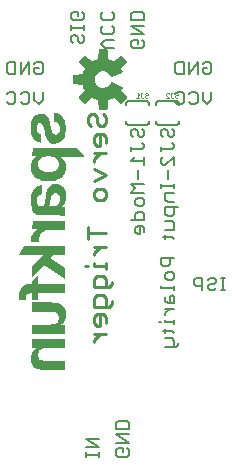
<source format=gbr>
G04 EAGLE Gerber RS-274X export*
G75*
%MOMM*%
%FSLAX34Y34*%
%LPD*%
%INSilkscreen Bottom*%
%IPPOS*%
%AMOC8*
5,1,8,0,0,1.08239X$1,22.5*%
G01*
%ADD10C,0.279400*%
%ADD11C,0.203200*%
%ADD12C,0.025400*%

G36*
X113645Y320055D02*
X113645Y320055D01*
X113752Y320068D01*
X113764Y320074D01*
X113778Y320076D01*
X113874Y320128D01*
X113971Y320175D01*
X113981Y320185D01*
X113993Y320191D01*
X114067Y320271D01*
X114144Y320347D01*
X114150Y320359D01*
X114160Y320370D01*
X114205Y320468D01*
X114253Y320566D01*
X114257Y320583D01*
X114261Y320592D01*
X114263Y320613D01*
X114282Y320710D01*
X115052Y328289D01*
X117296Y329007D01*
X117314Y329016D01*
X117410Y329055D01*
X119505Y330133D01*
X125409Y325319D01*
X125503Y325265D01*
X125595Y325208D01*
X125608Y325205D01*
X125620Y325198D01*
X125727Y325177D01*
X125832Y325152D01*
X125846Y325154D01*
X125860Y325151D01*
X125967Y325166D01*
X126075Y325176D01*
X126088Y325182D01*
X126102Y325184D01*
X126199Y325232D01*
X126298Y325277D01*
X126311Y325288D01*
X126320Y325292D01*
X126335Y325307D01*
X126412Y325370D01*
X130720Y329678D01*
X130783Y329766D01*
X130849Y329852D01*
X130854Y329865D01*
X130862Y329877D01*
X130893Y329980D01*
X130929Y330083D01*
X130929Y330097D01*
X130933Y330110D01*
X130929Y330218D01*
X130930Y330327D01*
X130925Y330340D01*
X130925Y330354D01*
X130887Y330455D01*
X130852Y330558D01*
X130843Y330573D01*
X130839Y330582D01*
X130825Y330599D01*
X130771Y330682D01*
X125957Y336585D01*
X127036Y338679D01*
X127053Y338732D01*
X127079Y338781D01*
X127090Y338847D01*
X127111Y338911D01*
X127110Y338967D01*
X127119Y339021D01*
X127108Y339088D01*
X127107Y339155D01*
X127089Y339207D01*
X127080Y339262D01*
X127048Y339321D01*
X127026Y339385D01*
X126991Y339429D01*
X126965Y339478D01*
X126916Y339523D01*
X126874Y339576D01*
X126827Y339607D01*
X126787Y339645D01*
X126682Y339701D01*
X126669Y339709D01*
X126664Y339710D01*
X126657Y339714D01*
X117995Y343302D01*
X117890Y343327D01*
X117786Y343355D01*
X117771Y343354D01*
X117757Y343358D01*
X117650Y343347D01*
X117542Y343341D01*
X117529Y343335D01*
X117514Y343334D01*
X117416Y343289D01*
X117316Y343249D01*
X117305Y343239D01*
X117292Y343233D01*
X117213Y343160D01*
X117132Y343089D01*
X117121Y343073D01*
X117114Y343066D01*
X117103Y343047D01*
X117049Y342966D01*
X116323Y341623D01*
X115388Y340516D01*
X114246Y339623D01*
X112946Y338981D01*
X111542Y338619D01*
X110094Y338552D01*
X108663Y338781D01*
X107308Y339298D01*
X106088Y340081D01*
X105054Y341096D01*
X104248Y342302D01*
X103706Y343646D01*
X103450Y345073D01*
X103491Y346522D01*
X103827Y347932D01*
X104443Y349244D01*
X105315Y350402D01*
X106405Y351358D01*
X107667Y352071D01*
X109048Y352511D01*
X110492Y352660D01*
X111867Y352525D01*
X113192Y352123D01*
X114412Y351470D01*
X115482Y350592D01*
X116360Y349523D01*
X117047Y348237D01*
X117114Y348150D01*
X117178Y348061D01*
X117188Y348053D01*
X117196Y348043D01*
X117287Y347982D01*
X117376Y347918D01*
X117388Y347915D01*
X117399Y347908D01*
X117505Y347879D01*
X117609Y347847D01*
X117622Y347848D01*
X117634Y347844D01*
X117744Y347852D01*
X117853Y347855D01*
X117869Y347860D01*
X117878Y347860D01*
X117897Y347868D01*
X117995Y347898D01*
X126657Y351486D01*
X126704Y351515D01*
X126756Y351536D01*
X126807Y351579D01*
X126864Y351615D01*
X126899Y351658D01*
X126942Y351694D01*
X126976Y351751D01*
X127019Y351803D01*
X127038Y351855D01*
X127067Y351903D01*
X127081Y351969D01*
X127105Y352032D01*
X127107Y352087D01*
X127118Y352142D01*
X127111Y352208D01*
X127113Y352275D01*
X127097Y352329D01*
X127090Y352384D01*
X127046Y352495D01*
X127042Y352509D01*
X127039Y352513D01*
X127036Y352521D01*
X125957Y354615D01*
X130771Y360519D01*
X130825Y360613D01*
X130882Y360705D01*
X130885Y360718D01*
X130892Y360730D01*
X130913Y360837D01*
X130938Y360942D01*
X130936Y360956D01*
X130939Y360970D01*
X130924Y361077D01*
X130914Y361185D01*
X130908Y361198D01*
X130906Y361212D01*
X130858Y361309D01*
X130813Y361408D01*
X130802Y361421D01*
X130798Y361430D01*
X130783Y361445D01*
X130720Y361522D01*
X126412Y365830D01*
X126324Y365893D01*
X126238Y365959D01*
X126225Y365964D01*
X126213Y365972D01*
X126110Y366003D01*
X126007Y366039D01*
X125993Y366039D01*
X125980Y366043D01*
X125872Y366039D01*
X125763Y366040D01*
X125750Y366035D01*
X125736Y366035D01*
X125635Y365997D01*
X125532Y365962D01*
X125517Y365953D01*
X125508Y365949D01*
X125491Y365935D01*
X125409Y365881D01*
X119505Y361067D01*
X117410Y362145D01*
X117391Y362152D01*
X117296Y362193D01*
X115052Y362911D01*
X114282Y370490D01*
X114254Y370594D01*
X114229Y370700D01*
X114222Y370712D01*
X114219Y370725D01*
X114158Y370815D01*
X114101Y370908D01*
X114090Y370916D01*
X114082Y370928D01*
X113996Y370994D01*
X113912Y371063D01*
X113899Y371067D01*
X113888Y371076D01*
X113785Y371110D01*
X113684Y371149D01*
X113666Y371150D01*
X113657Y371154D01*
X113636Y371153D01*
X113537Y371163D01*
X107443Y371163D01*
X107335Y371146D01*
X107228Y371132D01*
X107216Y371126D01*
X107202Y371124D01*
X107106Y371072D01*
X107009Y371025D01*
X106999Y371015D01*
X106987Y371009D01*
X106913Y370929D01*
X106836Y370853D01*
X106830Y370841D01*
X106820Y370831D01*
X106775Y370732D01*
X106727Y370634D01*
X106723Y370617D01*
X106719Y370608D01*
X106717Y370587D01*
X106698Y370490D01*
X105928Y362911D01*
X103684Y362193D01*
X103666Y362184D01*
X103570Y362145D01*
X101475Y361067D01*
X95572Y365881D01*
X95477Y365935D01*
X95385Y365992D01*
X95372Y365995D01*
X95360Y366002D01*
X95253Y366023D01*
X95148Y366048D01*
X95134Y366046D01*
X95120Y366049D01*
X95013Y366034D01*
X94905Y366024D01*
X94892Y366018D01*
X94879Y366016D01*
X94781Y365968D01*
X94682Y365923D01*
X94669Y365912D01*
X94660Y365908D01*
X94645Y365893D01*
X94568Y365830D01*
X90260Y361522D01*
X90197Y361434D01*
X90131Y361348D01*
X90126Y361335D01*
X90118Y361323D01*
X90087Y361220D01*
X90051Y361117D01*
X90051Y361103D01*
X90047Y361090D01*
X90051Y360982D01*
X90050Y360873D01*
X90055Y360860D01*
X90055Y360846D01*
X90093Y360745D01*
X90128Y360642D01*
X90137Y360627D01*
X90141Y360618D01*
X90155Y360601D01*
X90209Y360519D01*
X95023Y354615D01*
X93945Y352520D01*
X93938Y352501D01*
X93897Y352406D01*
X93179Y350162D01*
X85600Y349392D01*
X85496Y349364D01*
X85390Y349339D01*
X85378Y349332D01*
X85365Y349329D01*
X85275Y349268D01*
X85182Y349211D01*
X85174Y349200D01*
X85162Y349192D01*
X85096Y349106D01*
X85028Y349022D01*
X85023Y349009D01*
X85014Y348998D01*
X84980Y348895D01*
X84941Y348794D01*
X84940Y348776D01*
X84936Y348767D01*
X84937Y348746D01*
X84927Y348647D01*
X84927Y342553D01*
X84945Y342445D01*
X84958Y342338D01*
X84964Y342326D01*
X84966Y342312D01*
X85018Y342216D01*
X85065Y342119D01*
X85075Y342109D01*
X85081Y342097D01*
X85161Y342023D01*
X85237Y341946D01*
X85249Y341940D01*
X85260Y341930D01*
X85358Y341885D01*
X85456Y341837D01*
X85473Y341833D01*
X85482Y341829D01*
X85503Y341827D01*
X85600Y341808D01*
X93179Y341038D01*
X93897Y338794D01*
X93906Y338776D01*
X93945Y338680D01*
X95023Y336585D01*
X90209Y330682D01*
X90155Y330587D01*
X90098Y330495D01*
X90095Y330482D01*
X90088Y330470D01*
X90067Y330363D01*
X90042Y330258D01*
X90044Y330244D01*
X90041Y330230D01*
X90056Y330123D01*
X90066Y330015D01*
X90072Y330002D01*
X90074Y329989D01*
X90122Y329891D01*
X90167Y329792D01*
X90178Y329779D01*
X90182Y329770D01*
X90197Y329755D01*
X90260Y329678D01*
X94568Y325370D01*
X94656Y325307D01*
X94742Y325241D01*
X94755Y325236D01*
X94767Y325228D01*
X94870Y325197D01*
X94973Y325161D01*
X94987Y325161D01*
X95000Y325157D01*
X95108Y325161D01*
X95217Y325160D01*
X95230Y325165D01*
X95244Y325165D01*
X95345Y325203D01*
X95448Y325238D01*
X95463Y325247D01*
X95472Y325251D01*
X95489Y325265D01*
X95572Y325319D01*
X101475Y330133D01*
X103570Y329055D01*
X103589Y329048D01*
X103684Y329007D01*
X105928Y328289D01*
X106698Y320710D01*
X106726Y320606D01*
X106751Y320500D01*
X106758Y320488D01*
X106761Y320475D01*
X106822Y320385D01*
X106879Y320292D01*
X106890Y320284D01*
X106898Y320272D01*
X106984Y320206D01*
X107068Y320138D01*
X107081Y320133D01*
X107092Y320124D01*
X107195Y320090D01*
X107296Y320051D01*
X107314Y320050D01*
X107323Y320046D01*
X107344Y320047D01*
X107443Y320037D01*
X113537Y320037D01*
X113645Y320055D01*
G37*
G36*
X64550Y259395D02*
X64550Y259395D01*
X67350Y259595D01*
X67351Y259595D01*
X70051Y260195D01*
X70051Y260196D01*
X70052Y260195D01*
X72452Y261195D01*
X72452Y261196D01*
X72453Y261196D01*
X74653Y262496D01*
X76553Y264296D01*
X76554Y264297D01*
X77954Y266397D01*
X77954Y266398D01*
X77955Y266398D01*
X78855Y268898D01*
X78854Y268899D01*
X78855Y268900D01*
X79155Y271800D01*
X79055Y273100D01*
X79055Y273101D01*
X78855Y274401D01*
X78555Y275501D01*
X78554Y275502D01*
X78555Y275502D01*
X78055Y276702D01*
X78054Y276702D01*
X78054Y276703D01*
X77454Y277703D01*
X76754Y278703D01*
X76753Y278703D01*
X76753Y278704D01*
X75853Y279504D01*
X74855Y280302D01*
X74855Y280395D01*
X95250Y280395D01*
X95251Y280396D01*
X95253Y280396D01*
X95253Y280398D01*
X95255Y280399D01*
X95253Y280401D01*
X95254Y280404D01*
X94354Y281303D01*
X93554Y282303D01*
X92654Y283303D01*
X92654Y283304D01*
X91754Y284203D01*
X90954Y285203D01*
X90054Y286203D01*
X89254Y287203D01*
X89254Y287204D01*
X88354Y288104D01*
X88351Y288104D01*
X88350Y288104D01*
X88350Y288105D01*
X51450Y288105D01*
X51446Y288102D01*
X51445Y288101D01*
X51045Y286301D01*
X50945Y285401D01*
X50745Y284401D01*
X50645Y283501D01*
X50445Y282601D01*
X50245Y281701D01*
X50145Y280701D01*
X50149Y280695D01*
X50150Y280696D01*
X50150Y280695D01*
X53735Y280695D01*
X52647Y279904D01*
X51747Y279104D01*
X51747Y279103D01*
X51746Y279103D01*
X50346Y277103D01*
X50346Y277102D01*
X50345Y277102D01*
X49945Y276002D01*
X49945Y276001D01*
X49645Y274801D01*
X49445Y273601D01*
X49445Y273600D01*
X49345Y272300D01*
X49645Y269200D01*
X49646Y269199D01*
X49645Y269198D01*
X50545Y266498D01*
X50546Y266498D01*
X50546Y266497D01*
X52046Y264297D01*
X52047Y264297D01*
X52047Y264296D01*
X53947Y262496D01*
X53948Y262496D01*
X56248Y261196D01*
X56248Y261195D01*
X58748Y260195D01*
X58749Y260196D01*
X58749Y260195D01*
X61549Y259595D01*
X61550Y259595D01*
X64550Y259395D01*
X64550Y259395D01*
G37*
G36*
X78451Y229596D02*
X78451Y229596D01*
X78454Y229597D01*
X78454Y229599D01*
X78455Y229600D01*
X78455Y237500D01*
X78451Y237505D01*
X78450Y237505D01*
X78252Y237505D01*
X78154Y237604D01*
X78152Y237604D01*
X77952Y237704D01*
X77951Y237704D01*
X77950Y237705D01*
X77752Y237705D01*
X77654Y237804D01*
X77651Y237804D01*
X77650Y237805D01*
X77451Y237805D01*
X77252Y237904D01*
X77251Y237904D01*
X77250Y237905D01*
X76951Y237905D01*
X76752Y238004D01*
X76751Y238004D01*
X76750Y238005D01*
X75662Y238005D01*
X76154Y238496D01*
X76154Y238497D01*
X76954Y239497D01*
X77354Y240097D01*
X77654Y240597D01*
X77654Y240598D01*
X77954Y241198D01*
X77955Y241198D01*
X78155Y241798D01*
X78454Y242398D01*
X78455Y242398D01*
X78655Y242998D01*
X78655Y242999D01*
X78755Y243599D01*
X78955Y244299D01*
X79055Y244899D01*
X79055Y244900D01*
X79055Y245600D01*
X79155Y246199D01*
X79255Y246899D01*
X79255Y246900D01*
X79255Y248500D01*
X79255Y248501D01*
X79155Y249501D01*
X78755Y251301D01*
X78755Y251302D01*
X78455Y252202D01*
X78454Y252202D01*
X78054Y253002D01*
X77654Y253702D01*
X77654Y253703D01*
X77154Y254403D01*
X76654Y255003D01*
X76653Y255003D01*
X76653Y255004D01*
X75953Y255604D01*
X75952Y255604D01*
X74552Y256404D01*
X74552Y256405D01*
X72752Y257005D01*
X72751Y257004D01*
X72751Y257005D01*
X71851Y257105D01*
X71850Y257105D01*
X70750Y257205D01*
X70749Y257205D01*
X68549Y256905D01*
X68549Y256904D01*
X68548Y256905D01*
X66748Y256305D01*
X66748Y256304D01*
X66747Y256304D01*
X65347Y255404D01*
X65347Y255403D01*
X65346Y255403D01*
X64346Y254203D01*
X63446Y252703D01*
X63446Y252702D01*
X63445Y252702D01*
X62845Y251102D01*
X62846Y251101D01*
X62845Y251101D01*
X62445Y249401D01*
X62145Y247601D01*
X61945Y245801D01*
X61745Y244101D01*
X61545Y242601D01*
X61145Y241201D01*
X60745Y240002D01*
X60246Y239103D01*
X59448Y238505D01*
X58350Y238405D01*
X57850Y238405D01*
X57251Y238505D01*
X56851Y238605D01*
X56352Y238804D01*
X56053Y239004D01*
X55753Y239204D01*
X55454Y239503D01*
X55254Y239902D01*
X55254Y239903D01*
X55054Y240202D01*
X54855Y240602D01*
X54755Y241001D01*
X54655Y241500D01*
X54655Y241900D01*
X54655Y241901D01*
X54555Y242400D01*
X54555Y244000D01*
X54655Y244499D01*
X54755Y244999D01*
X54855Y245399D01*
X54955Y245898D01*
X55154Y246298D01*
X55354Y246697D01*
X55554Y246997D01*
X56153Y247596D01*
X56452Y247796D01*
X56852Y247996D01*
X57352Y248195D01*
X57352Y248196D01*
X57752Y248395D01*
X58251Y248495D01*
X58850Y248495D01*
X58855Y248499D01*
X58855Y248500D01*
X58855Y256300D01*
X58851Y256305D01*
X58850Y256304D01*
X58849Y256305D01*
X57549Y256105D01*
X56349Y255905D01*
X56349Y255904D01*
X56348Y255905D01*
X55248Y255505D01*
X55248Y255504D01*
X55247Y255504D01*
X53447Y254304D01*
X52647Y253604D01*
X52647Y253603D01*
X52646Y253603D01*
X51946Y252803D01*
X51946Y252802D01*
X51446Y251903D01*
X50846Y250903D01*
X50846Y250902D01*
X50845Y250902D01*
X50445Y249902D01*
X50446Y249901D01*
X50445Y249901D01*
X49845Y247701D01*
X49645Y246601D01*
X49445Y245401D01*
X49445Y245400D01*
X49445Y240900D01*
X49545Y239800D01*
X49545Y239799D01*
X49945Y237599D01*
X50145Y236599D01*
X50445Y235599D01*
X50446Y235598D01*
X50445Y235598D01*
X50845Y234698D01*
X50846Y234698D01*
X51346Y233798D01*
X51346Y233797D01*
X51946Y232997D01*
X52546Y232297D01*
X52547Y232297D01*
X52547Y232296D01*
X53347Y231696D01*
X53348Y231696D01*
X54148Y231296D01*
X54148Y231295D01*
X55148Y230895D01*
X55149Y230896D01*
X55149Y230895D01*
X56249Y230695D01*
X56250Y230695D01*
X57450Y230595D01*
X74050Y230595D01*
X74549Y230495D01*
X74550Y230495D01*
X74950Y230495D01*
X75449Y230395D01*
X75450Y230395D01*
X75849Y230395D01*
X76649Y230195D01*
X76650Y230196D01*
X76650Y230195D01*
X76949Y230195D01*
X77349Y230095D01*
X77648Y229995D01*
X77948Y229896D01*
X78247Y229696D01*
X78248Y229696D01*
X78448Y229596D01*
X78449Y229596D01*
X78449Y229595D01*
X78451Y229596D01*
G37*
G36*
X78351Y177096D02*
X78351Y177096D01*
X78354Y177097D01*
X78354Y177099D01*
X78355Y177100D01*
X78355Y186500D01*
X78353Y186502D01*
X78353Y186504D01*
X65758Y194201D01*
X68652Y197195D01*
X78350Y197195D01*
X78355Y197199D01*
X78355Y197200D01*
X78355Y205000D01*
X78351Y205005D01*
X78350Y205005D01*
X43650Y205005D01*
X43648Y205003D01*
X43646Y205002D01*
X39346Y197202D01*
X39346Y197201D01*
X39345Y197201D01*
X39346Y197199D01*
X39347Y197196D01*
X39349Y197196D01*
X39350Y197195D01*
X60238Y197195D01*
X50147Y187404D01*
X50146Y187402D01*
X50145Y187401D01*
X50146Y187400D01*
X50145Y187400D01*
X50145Y178200D01*
X50146Y178199D01*
X50146Y178197D01*
X50148Y178197D01*
X50149Y178195D01*
X50151Y178197D01*
X50154Y178197D01*
X60551Y188894D01*
X78347Y177096D01*
X78349Y177096D01*
X78349Y177095D01*
X78351Y177096D01*
G37*
G36*
X78355Y99799D02*
X78355Y99799D01*
X78355Y99800D01*
X78355Y107500D01*
X78351Y107505D01*
X78350Y107505D01*
X62450Y107505D01*
X62424Y107507D01*
X62340Y107512D01*
X62339Y107512D01*
X62255Y107516D01*
X62171Y107521D01*
X62170Y107521D01*
X62086Y107526D01*
X62002Y107531D01*
X62001Y107531D01*
X61917Y107536D01*
X61833Y107541D01*
X61832Y107541D01*
X61748Y107546D01*
X61664Y107551D01*
X61579Y107556D01*
X61495Y107561D01*
X61410Y107566D01*
X61326Y107571D01*
X61241Y107576D01*
X61157Y107581D01*
X61072Y107586D01*
X60988Y107591D01*
X60904Y107596D01*
X60903Y107596D01*
X60819Y107601D01*
X60751Y107605D01*
X59351Y107805D01*
X58152Y108105D01*
X57253Y108604D01*
X56454Y109303D01*
X55955Y110202D01*
X55555Y111201D01*
X55455Y112500D01*
X55555Y113999D01*
X55955Y115198D01*
X56554Y116297D01*
X57353Y117096D01*
X58452Y117695D01*
X59851Y118195D01*
X61550Y118395D01*
X63550Y118495D01*
X78350Y118495D01*
X78355Y118499D01*
X78355Y118500D01*
X78355Y126300D01*
X78351Y126305D01*
X78350Y126305D01*
X53650Y126305D01*
X53592Y126303D01*
X53591Y126303D01*
X53418Y126298D01*
X53417Y126298D01*
X53244Y126293D01*
X53243Y126293D01*
X53070Y126288D01*
X53069Y126288D01*
X52896Y126283D01*
X52895Y126283D01*
X52722Y126278D01*
X52721Y126278D01*
X52548Y126274D01*
X52547Y126273D01*
X52375Y126269D01*
X52374Y126269D01*
X52201Y126264D01*
X52200Y126264D01*
X52027Y126259D01*
X52026Y126259D01*
X51853Y126254D01*
X51852Y126254D01*
X51679Y126249D01*
X51678Y126249D01*
X51505Y126244D01*
X51504Y126244D01*
X51331Y126239D01*
X51330Y126239D01*
X51157Y126234D01*
X51156Y126234D01*
X50983Y126229D01*
X50982Y126229D01*
X50809Y126224D01*
X50808Y126224D01*
X50635Y126219D01*
X50462Y126214D01*
X50461Y126214D01*
X50288Y126209D01*
X50287Y126209D01*
X50150Y126205D01*
X50145Y126200D01*
X50145Y118800D01*
X50149Y118795D01*
X50150Y118795D01*
X54045Y118795D01*
X54045Y118703D01*
X52947Y117904D01*
X51947Y117004D01*
X51947Y117003D01*
X51946Y117003D01*
X51146Y116003D01*
X50446Y114903D01*
X50446Y114902D01*
X50445Y114902D01*
X49945Y113702D01*
X49946Y113701D01*
X49945Y113701D01*
X49645Y112501D01*
X49445Y111301D01*
X49445Y111300D01*
X49345Y110100D01*
X49545Y107300D01*
X49546Y107299D01*
X49545Y107299D01*
X50145Y104999D01*
X50146Y104998D01*
X51146Y103198D01*
X51147Y103197D01*
X51146Y103196D01*
X52546Y101796D01*
X52547Y101796D01*
X54247Y100796D01*
X54248Y100796D01*
X54249Y100795D01*
X56249Y100195D01*
X58449Y99895D01*
X58450Y99895D01*
X60950Y99795D01*
X78350Y99795D01*
X78355Y99799D01*
G37*
G36*
X74850Y130395D02*
X74850Y130395D01*
X78350Y130495D01*
X78355Y130500D01*
X78355Y137900D01*
X78351Y137905D01*
X78350Y137905D01*
X74455Y137905D01*
X74455Y137997D01*
X75553Y138796D01*
X76553Y139696D01*
X76553Y139697D01*
X76554Y139697D01*
X77354Y140697D01*
X78054Y141797D01*
X78054Y141798D01*
X78055Y141798D01*
X78555Y142998D01*
X78554Y142999D01*
X78555Y142999D01*
X78855Y144199D01*
X79055Y145399D01*
X79055Y145400D01*
X79155Y146600D01*
X78955Y149400D01*
X78955Y149401D01*
X78355Y151701D01*
X78354Y151702D01*
X77354Y153502D01*
X77353Y153503D01*
X77354Y153504D01*
X75954Y154904D01*
X75953Y154904D01*
X74253Y155904D01*
X74252Y155904D01*
X74251Y155905D01*
X72251Y156505D01*
X70051Y156805D01*
X70050Y156805D01*
X69952Y156809D01*
X69828Y156814D01*
X69704Y156819D01*
X69703Y156819D01*
X69580Y156824D01*
X69579Y156824D01*
X69456Y156829D01*
X69455Y156829D01*
X69331Y156834D01*
X69207Y156839D01*
X69206Y156839D01*
X69083Y156844D01*
X69082Y156844D01*
X68959Y156849D01*
X68958Y156849D01*
X68834Y156854D01*
X68710Y156859D01*
X68586Y156864D01*
X68585Y156864D01*
X68462Y156869D01*
X68461Y156869D01*
X68338Y156873D01*
X68338Y156874D01*
X68337Y156874D01*
X68213Y156878D01*
X68089Y156883D01*
X68088Y156883D01*
X67965Y156888D01*
X67964Y156888D01*
X67841Y156893D01*
X67840Y156893D01*
X67716Y156898D01*
X67592Y156903D01*
X67550Y156905D01*
X50150Y156905D01*
X50145Y156901D01*
X50145Y156900D01*
X50145Y149200D01*
X50149Y149195D01*
X50150Y149195D01*
X66050Y149195D01*
X67749Y149095D01*
X69149Y148895D01*
X70348Y148595D01*
X71347Y148096D01*
X72046Y147397D01*
X72645Y146498D01*
X72945Y145499D01*
X73045Y144200D01*
X72945Y142701D01*
X72545Y141502D01*
X71946Y140403D01*
X71147Y139604D01*
X70048Y139005D01*
X68649Y138505D01*
X66950Y138305D01*
X66857Y138300D01*
X66856Y138300D01*
X66757Y138295D01*
X66658Y138290D01*
X66657Y138290D01*
X66559Y138285D01*
X66558Y138285D01*
X66459Y138280D01*
X66360Y138275D01*
X66359Y138275D01*
X66260Y138271D01*
X66260Y138270D01*
X66161Y138266D01*
X66062Y138261D01*
X66061Y138261D01*
X65962Y138256D01*
X65863Y138251D01*
X65862Y138251D01*
X65764Y138246D01*
X65763Y138246D01*
X65664Y138241D01*
X65565Y138236D01*
X65564Y138236D01*
X65465Y138231D01*
X65366Y138226D01*
X65267Y138221D01*
X65266Y138221D01*
X65167Y138216D01*
X65068Y138211D01*
X65067Y138211D01*
X64969Y138206D01*
X64968Y138206D01*
X64950Y138205D01*
X50150Y138205D01*
X50145Y138201D01*
X50145Y138200D01*
X50145Y130400D01*
X50149Y130395D01*
X50150Y130395D01*
X74850Y130395D01*
X74850Y130395D01*
G37*
G36*
X69250Y291296D02*
X69250Y291296D01*
X69251Y291295D01*
X71851Y291595D01*
X71851Y291596D01*
X71852Y291595D01*
X73952Y292395D01*
X73952Y292396D01*
X73953Y292396D01*
X75653Y293696D01*
X75653Y293697D01*
X75654Y293697D01*
X76954Y295397D01*
X76954Y295398D01*
X77954Y297298D01*
X77955Y297299D01*
X78555Y299499D01*
X78955Y301799D01*
X78955Y301800D01*
X79055Y304200D01*
X78955Y306700D01*
X78955Y306701D01*
X78555Y309001D01*
X77955Y311201D01*
X77954Y311202D01*
X76954Y313202D01*
X76954Y313203D01*
X75554Y314903D01*
X75553Y314903D01*
X75553Y314904D01*
X73853Y316204D01*
X73852Y316204D01*
X73852Y316205D01*
X71752Y317105D01*
X71751Y317104D01*
X71751Y317105D01*
X69251Y317505D01*
X69250Y317505D01*
X69245Y317501D01*
X69246Y317501D01*
X69245Y317500D01*
X69245Y310100D01*
X69249Y310095D01*
X69250Y310095D01*
X70349Y309995D01*
X71347Y309596D01*
X72147Y308996D01*
X72846Y308297D01*
X73345Y307398D01*
X73645Y306399D01*
X73845Y305299D01*
X73945Y304200D01*
X73945Y303301D01*
X73745Y302401D01*
X73545Y301602D01*
X73146Y300803D01*
X72646Y300103D01*
X72047Y299604D01*
X71249Y299205D01*
X70350Y299105D01*
X69552Y299205D01*
X68853Y299704D01*
X68254Y300403D01*
X67655Y301402D01*
X67255Y302701D01*
X67255Y302702D01*
X66755Y304201D01*
X66355Y305901D01*
X65955Y307901D01*
X65555Y309601D01*
X65555Y309602D01*
X65055Y311202D01*
X64455Y312702D01*
X64454Y312702D01*
X63654Y314102D01*
X63654Y314103D01*
X62754Y315203D01*
X62753Y315203D01*
X62753Y315204D01*
X61553Y316104D01*
X61552Y316104D01*
X61552Y316105D01*
X60152Y316605D01*
X60151Y316604D01*
X60151Y316605D01*
X58451Y316805D01*
X58450Y316805D01*
X55950Y316605D01*
X55949Y316604D01*
X55948Y316605D01*
X53948Y315805D01*
X53948Y315804D01*
X53947Y315804D01*
X52347Y314604D01*
X52347Y314603D01*
X52346Y314603D01*
X51146Y313003D01*
X51146Y313002D01*
X50246Y311102D01*
X50246Y311101D01*
X50245Y311101D01*
X49745Y309001D01*
X49445Y306801D01*
X49445Y306800D01*
X49345Y304500D01*
X49445Y302300D01*
X49445Y302299D01*
X49745Y300099D01*
X50345Y298099D01*
X50346Y298098D01*
X51246Y296198D01*
X51246Y296197D01*
X52446Y294697D01*
X52447Y294697D01*
X52447Y294696D01*
X54047Y293396D01*
X54048Y293396D01*
X55948Y292496D01*
X55949Y292496D01*
X55949Y292495D01*
X58349Y292095D01*
X58350Y292096D01*
X58355Y292099D01*
X58354Y292099D01*
X58355Y292100D01*
X58355Y299400D01*
X58352Y299404D01*
X58351Y299405D01*
X57352Y299605D01*
X56453Y300004D01*
X55854Y300504D01*
X55354Y301103D01*
X54955Y301902D01*
X54655Y302801D01*
X54555Y303700D01*
X54555Y306200D01*
X54655Y306899D01*
X54955Y307598D01*
X55254Y308197D01*
X55753Y308696D01*
X56352Y308995D01*
X57150Y309095D01*
X58048Y308895D01*
X58746Y308297D01*
X59346Y307398D01*
X59845Y306298D01*
X60245Y304999D01*
X60645Y303499D01*
X60945Y301899D01*
X61345Y300299D01*
X61745Y298599D01*
X62245Y296999D01*
X62245Y296998D01*
X62845Y295398D01*
X62846Y295398D01*
X62846Y295397D01*
X63746Y294097D01*
X64746Y292897D01*
X64747Y292897D01*
X64747Y292896D01*
X65947Y292096D01*
X65948Y292096D01*
X65948Y292095D01*
X67448Y291495D01*
X67449Y291496D01*
X67449Y291495D01*
X69249Y291295D01*
X69250Y291296D01*
G37*
G36*
X45350Y158795D02*
X45350Y158795D01*
X45351Y158795D01*
X45352Y158797D01*
X45355Y158799D01*
X45354Y158800D01*
X45355Y158802D01*
X45255Y159101D01*
X45255Y162300D01*
X45355Y162998D01*
X45654Y163497D01*
X45954Y163896D01*
X46352Y164196D01*
X46951Y164395D01*
X47651Y164495D01*
X48450Y164595D01*
X50145Y164595D01*
X50145Y159200D01*
X50149Y159195D01*
X50150Y159195D01*
X55350Y159195D01*
X55355Y159199D01*
X55355Y159200D01*
X55355Y164595D01*
X78450Y164595D01*
X78455Y164599D01*
X78455Y164600D01*
X78455Y172300D01*
X78451Y172305D01*
X78450Y172305D01*
X55355Y172305D01*
X55355Y180000D01*
X55354Y180001D01*
X55354Y180003D01*
X55352Y180003D01*
X55351Y180005D01*
X55349Y180003D01*
X55346Y180004D01*
X53346Y178004D01*
X53346Y178003D01*
X52746Y177304D01*
X52047Y176704D01*
X52047Y176703D01*
X52046Y176703D01*
X51446Y176004D01*
X50747Y175404D01*
X50747Y175403D01*
X50746Y175403D01*
X50146Y174703D01*
X50146Y174702D01*
X50145Y174701D01*
X50145Y174700D01*
X50145Y172305D01*
X47950Y172305D01*
X47862Y172300D01*
X47773Y172295D01*
X47772Y172295D01*
X47683Y172290D01*
X47594Y172285D01*
X47593Y172285D01*
X47504Y172280D01*
X47415Y172275D01*
X47414Y172275D01*
X47325Y172270D01*
X47236Y172265D01*
X47146Y172260D01*
X47057Y172255D01*
X46968Y172250D01*
X46967Y172250D01*
X46878Y172245D01*
X46789Y172240D01*
X46788Y172240D01*
X46699Y172236D01*
X46699Y172235D01*
X46610Y172231D01*
X46520Y172226D01*
X46431Y172221D01*
X46342Y172216D01*
X46341Y172216D01*
X46252Y172211D01*
X46163Y172206D01*
X46162Y172206D01*
X46150Y172205D01*
X46149Y172204D01*
X46149Y172205D01*
X44449Y171705D01*
X44448Y171704D01*
X43048Y171004D01*
X43047Y171004D01*
X41747Y170004D01*
X41747Y170003D01*
X41746Y170003D01*
X40746Y168603D01*
X40746Y168602D01*
X39946Y167002D01*
X39946Y167001D01*
X39945Y167001D01*
X39545Y165101D01*
X39545Y165100D01*
X39345Y162900D01*
X39345Y161300D01*
X39345Y161299D01*
X39445Y160800D01*
X39445Y160300D01*
X39445Y160299D01*
X39545Y159800D01*
X39545Y158800D01*
X39549Y158795D01*
X39550Y158795D01*
X45350Y158795D01*
X45350Y158795D01*
G37*
G36*
X56851Y208096D02*
X56851Y208096D01*
X56852Y208095D01*
X56852Y208097D01*
X56855Y208099D01*
X56854Y208101D01*
X56854Y208102D01*
X56755Y208302D01*
X56655Y208701D01*
X56655Y209000D01*
X56654Y209001D01*
X56655Y209001D01*
X56555Y209401D01*
X56555Y210800D01*
X56755Y212799D01*
X57255Y214498D01*
X58154Y215797D01*
X59253Y216796D01*
X60552Y217595D01*
X62151Y218095D01*
X63851Y218395D01*
X65650Y218495D01*
X78350Y218495D01*
X78355Y218499D01*
X78355Y218500D01*
X78355Y226300D01*
X78351Y226305D01*
X78350Y226305D01*
X54850Y226305D01*
X54699Y226301D01*
X54698Y226301D01*
X54530Y226296D01*
X54529Y226296D01*
X54361Y226291D01*
X54360Y226291D01*
X54192Y226286D01*
X54191Y226286D01*
X54023Y226281D01*
X54022Y226281D01*
X53854Y226276D01*
X53853Y226276D01*
X53685Y226271D01*
X53684Y226271D01*
X53516Y226266D01*
X53515Y226266D01*
X53347Y226261D01*
X53179Y226256D01*
X53178Y226256D01*
X53010Y226251D01*
X53009Y226251D01*
X52841Y226246D01*
X52840Y226246D01*
X52672Y226241D01*
X52671Y226241D01*
X52503Y226236D01*
X52502Y226236D01*
X52334Y226231D01*
X52333Y226231D01*
X52165Y226226D01*
X52164Y226226D01*
X51996Y226221D01*
X51995Y226221D01*
X51827Y226216D01*
X51826Y226216D01*
X51658Y226211D01*
X51657Y226211D01*
X51489Y226206D01*
X51488Y226206D01*
X51450Y226205D01*
X51447Y226202D01*
X51445Y226201D01*
X51245Y225301D01*
X51145Y224401D01*
X50945Y223401D01*
X50745Y222501D01*
X50645Y221601D01*
X50445Y220701D01*
X50245Y219701D01*
X50145Y218801D01*
X50149Y218795D01*
X50150Y218796D01*
X50150Y218795D01*
X55330Y218795D01*
X54048Y218104D01*
X54047Y218104D01*
X52947Y217304D01*
X52946Y217304D01*
X51946Y216304D01*
X51946Y216303D01*
X51046Y215203D01*
X51046Y215202D01*
X50346Y213902D01*
X50345Y213902D01*
X49845Y212602D01*
X49845Y212601D01*
X49445Y211201D01*
X49446Y211201D01*
X49445Y211200D01*
X49345Y209800D01*
X49345Y208900D01*
X49346Y208899D01*
X49346Y208898D01*
X49445Y208699D01*
X49445Y208500D01*
X49446Y208499D01*
X49446Y208498D01*
X49646Y208098D01*
X49649Y208097D01*
X49650Y208095D01*
X56850Y208095D01*
X56851Y208096D01*
G37*
%LPC*%
G36*
X64335Y267206D02*
X64335Y267206D01*
X64334Y267206D01*
X64250Y267211D01*
X64166Y267216D01*
X64165Y267216D01*
X64081Y267221D01*
X63997Y267226D01*
X63996Y267226D01*
X63912Y267231D01*
X63828Y267236D01*
X63743Y267241D01*
X63659Y267246D01*
X63574Y267251D01*
X63490Y267256D01*
X63405Y267261D01*
X63321Y267266D01*
X63237Y267271D01*
X63236Y267271D01*
X63152Y267275D01*
X63068Y267280D01*
X63067Y267280D01*
X62983Y267285D01*
X62899Y267290D01*
X62898Y267290D01*
X62814Y267295D01*
X62730Y267300D01*
X62729Y267300D01*
X62651Y267305D01*
X61051Y267605D01*
X59452Y268005D01*
X58053Y268704D01*
X56954Y269603D01*
X56054Y270803D01*
X55455Y272301D01*
X55255Y274000D01*
X55455Y275699D01*
X55954Y277198D01*
X56853Y278296D01*
X58053Y279196D01*
X59452Y279895D01*
X60951Y280395D01*
X62650Y280595D01*
X64350Y280695D01*
X66049Y280595D01*
X67649Y280295D01*
X69148Y279895D01*
X70547Y279196D01*
X71646Y278297D01*
X72546Y277097D01*
X73145Y275699D01*
X73345Y273900D01*
X73145Y272201D01*
X72546Y270703D01*
X71646Y269603D01*
X70547Y268604D01*
X69148Y268005D01*
X67649Y267505D01*
X66050Y267305D01*
X65971Y267300D01*
X65970Y267300D01*
X65886Y267295D01*
X65802Y267290D01*
X65801Y267290D01*
X65717Y267285D01*
X65633Y267280D01*
X65632Y267280D01*
X65548Y267275D01*
X65464Y267271D01*
X65463Y267270D01*
X65379Y267266D01*
X65295Y267261D01*
X65210Y267256D01*
X65126Y267251D01*
X65041Y267246D01*
X64957Y267241D01*
X64872Y267236D01*
X64788Y267231D01*
X64704Y267226D01*
X64703Y267226D01*
X64619Y267221D01*
X64535Y267216D01*
X64534Y267216D01*
X64450Y267211D01*
X64366Y267206D01*
X64365Y267206D01*
X64350Y267205D01*
X64335Y267206D01*
G37*
%LPD*%
%LPC*%
G36*
X64562Y238405D02*
X64562Y238405D01*
X64754Y238596D01*
X64754Y238597D01*
X64954Y238897D01*
X64954Y238898D01*
X64955Y238899D01*
X65055Y239298D01*
X65254Y239597D01*
X65254Y239598D01*
X65255Y239599D01*
X65755Y241599D01*
X65754Y241600D01*
X65755Y241600D01*
X65755Y242099D01*
X65855Y242499D01*
X65955Y242999D01*
X65955Y243000D01*
X65955Y243499D01*
X66055Y243899D01*
X66155Y244399D01*
X66255Y244799D01*
X66255Y244800D01*
X66255Y245299D01*
X66355Y245699D01*
X66455Y246199D01*
X66452Y246205D01*
X63567Y247144D01*
X66548Y246195D01*
X66549Y246195D01*
X66549Y246196D01*
X66550Y246196D01*
X66551Y246196D01*
X66555Y246198D01*
X66554Y246199D01*
X66555Y246199D01*
X66655Y246599D01*
X66755Y246998D01*
X66954Y247297D01*
X66954Y247298D01*
X67154Y247698D01*
X67354Y247997D01*
X67953Y248596D01*
X68552Y248996D01*
X68952Y249195D01*
X69351Y249295D01*
X69851Y249395D01*
X70850Y249395D01*
X71349Y249295D01*
X71748Y249195D01*
X72148Y248996D01*
X72747Y248596D01*
X73046Y248297D01*
X73246Y247998D01*
X73445Y247598D01*
X73545Y247298D01*
X73546Y247298D01*
X73745Y246898D01*
X73845Y246499D01*
X73845Y246000D01*
X73846Y245999D01*
X73845Y245999D01*
X73945Y245599D01*
X73945Y244700D01*
X73845Y243600D01*
X73745Y242701D01*
X73445Y241802D01*
X73146Y241102D01*
X72746Y240503D01*
X72346Y240004D01*
X71847Y239604D01*
X71347Y239204D01*
X70848Y239005D01*
X70248Y238805D01*
X69749Y238605D01*
X69149Y238505D01*
X68650Y238405D01*
X64562Y238405D01*
G37*
%LPD*%
D10*
X100404Y306104D02*
X97904Y308604D01*
X97904Y313603D01*
X100404Y316103D01*
X102904Y316103D01*
X105404Y313603D01*
X105404Y308604D01*
X107903Y306104D01*
X110403Y306104D01*
X112903Y308604D01*
X112903Y313603D01*
X110403Y316103D01*
X112903Y297232D02*
X112903Y292232D01*
X112903Y297232D02*
X110403Y299731D01*
X105404Y299731D01*
X102904Y297232D01*
X102904Y292232D01*
X105404Y289732D01*
X107903Y289732D01*
X107903Y299731D01*
X112903Y283360D02*
X102904Y283360D01*
X107903Y283360D02*
X102904Y278360D01*
X102904Y275860D01*
X102904Y269717D02*
X112903Y264717D01*
X102904Y259718D01*
X112903Y250846D02*
X112903Y245846D01*
X110403Y243346D01*
X105404Y243346D01*
X102904Y245846D01*
X102904Y250846D01*
X105404Y253345D01*
X110403Y253345D01*
X112903Y250846D01*
X112903Y215603D02*
X97904Y215603D01*
X97904Y220602D02*
X97904Y210603D01*
X102904Y204231D02*
X112903Y204231D01*
X107903Y204231D02*
X102904Y199231D01*
X102904Y196731D01*
X102904Y190588D02*
X102904Y188088D01*
X112903Y188088D01*
X112903Y190588D02*
X112903Y185588D01*
X97904Y188088D02*
X95404Y188088D01*
X117903Y174674D02*
X117903Y172174D01*
X115403Y169674D01*
X102904Y169674D01*
X102904Y177174D01*
X105404Y179673D01*
X110403Y179673D01*
X112903Y177174D01*
X112903Y169674D01*
X117903Y158302D02*
X117903Y155802D01*
X115403Y153303D01*
X102904Y153303D01*
X102904Y160802D01*
X105404Y163302D01*
X110403Y163302D01*
X112903Y160802D01*
X112903Y153303D01*
X112903Y144430D02*
X112903Y139431D01*
X112903Y144430D02*
X110403Y146930D01*
X105404Y146930D01*
X102904Y144430D01*
X102904Y139431D01*
X105404Y136931D01*
X107903Y136931D01*
X107903Y146930D01*
X112903Y130559D02*
X102904Y130559D01*
X107903Y130559D02*
X102904Y125559D01*
X102904Y123059D01*
D11*
X136136Y296666D02*
X134357Y298445D01*
X134357Y302005D01*
X136136Y303784D01*
X137916Y303784D01*
X139695Y302005D01*
X139695Y298445D01*
X141475Y296666D01*
X143255Y296666D01*
X145034Y298445D01*
X145034Y302005D01*
X143255Y303784D01*
X143255Y292090D02*
X145034Y290311D01*
X145034Y288531D01*
X143255Y286751D01*
X134357Y286751D01*
X134357Y284972D02*
X134357Y288531D01*
X137916Y280396D02*
X134357Y276837D01*
X145034Y276837D01*
X145034Y280396D02*
X145034Y273278D01*
X139695Y268702D02*
X139695Y261584D01*
X134357Y257008D02*
X145034Y257008D01*
X137916Y253449D02*
X134357Y257008D01*
X137916Y253449D02*
X134357Y249890D01*
X145034Y249890D01*
X145034Y243535D02*
X145034Y239976D01*
X143255Y238196D01*
X139695Y238196D01*
X137916Y239976D01*
X137916Y243535D01*
X139695Y245314D01*
X143255Y245314D01*
X145034Y243535D01*
X145034Y226502D02*
X134357Y226502D01*
X145034Y226502D02*
X145034Y231841D01*
X143255Y233620D01*
X139695Y233620D01*
X137916Y231841D01*
X137916Y226502D01*
X145034Y220147D02*
X145034Y216588D01*
X145034Y220147D02*
X143255Y221926D01*
X139695Y221926D01*
X137916Y220147D01*
X137916Y216588D01*
X139695Y214808D01*
X141475Y214808D01*
X141475Y221926D01*
X161536Y296666D02*
X159757Y298445D01*
X159757Y302005D01*
X161536Y303784D01*
X163316Y303784D01*
X165095Y302005D01*
X165095Y298445D01*
X166875Y296666D01*
X168655Y296666D01*
X170434Y298445D01*
X170434Y302005D01*
X168655Y303784D01*
X168655Y292090D02*
X170434Y290311D01*
X170434Y288531D01*
X168655Y286751D01*
X159757Y286751D01*
X159757Y284972D02*
X159757Y288531D01*
X170434Y280396D02*
X170434Y273278D01*
X170434Y280396D02*
X163316Y273278D01*
X161536Y273278D01*
X159757Y275058D01*
X159757Y278617D01*
X161536Y280396D01*
X165095Y268702D02*
X165095Y261584D01*
X170434Y257008D02*
X170434Y253449D01*
X170434Y255229D02*
X159757Y255229D01*
X159757Y257008D02*
X159757Y253449D01*
X163316Y249212D02*
X170434Y249212D01*
X163316Y249212D02*
X163316Y243874D01*
X165095Y242094D01*
X170434Y242094D01*
X173993Y237518D02*
X163316Y237518D01*
X163316Y232180D01*
X165095Y230400D01*
X168655Y230400D01*
X170434Y232180D01*
X170434Y237518D01*
X168655Y225824D02*
X163316Y225824D01*
X168655Y225824D02*
X170434Y224045D01*
X170434Y218706D01*
X163316Y218706D01*
X161536Y212351D02*
X168655Y212351D01*
X170434Y210571D01*
X163316Y210571D02*
X163316Y214130D01*
X159757Y194640D02*
X170434Y194640D01*
X159757Y194640D02*
X159757Y189302D01*
X161536Y187522D01*
X165095Y187522D01*
X166875Y189302D01*
X166875Y194640D01*
X170434Y181167D02*
X170434Y177608D01*
X168655Y175828D01*
X165095Y175828D01*
X163316Y177608D01*
X163316Y181167D01*
X165095Y182946D01*
X168655Y182946D01*
X170434Y181167D01*
X159757Y171252D02*
X159757Y169473D01*
X170434Y169473D01*
X170434Y171252D02*
X170434Y167693D01*
X163316Y161677D02*
X163316Y158118D01*
X165095Y156338D01*
X170434Y156338D01*
X170434Y161677D01*
X168655Y163456D01*
X166875Y161677D01*
X166875Y156338D01*
X170434Y151762D02*
X163316Y151762D01*
X166875Y151762D02*
X163316Y148203D01*
X163316Y146424D01*
X163316Y142017D02*
X163316Y140238D01*
X170434Y140238D01*
X170434Y142017D02*
X170434Y138458D01*
X159757Y140238D02*
X157977Y140238D01*
X161536Y132442D02*
X168655Y132442D01*
X170434Y130662D01*
X163316Y130662D02*
X163316Y134222D01*
X163316Y126426D02*
X168655Y126426D01*
X170434Y124646D01*
X170434Y119307D01*
X172214Y119307D02*
X163316Y119307D01*
X172214Y119307D02*
X173993Y121087D01*
X173993Y122867D01*
X96266Y29975D02*
X96266Y26416D01*
X96266Y28196D02*
X106943Y28196D01*
X106943Y29975D02*
X106943Y26416D01*
X106943Y34212D02*
X96266Y34212D01*
X96266Y41330D02*
X106943Y34212D01*
X106943Y41330D02*
X96266Y41330D01*
X130564Y33534D02*
X132343Y31755D01*
X132343Y28196D01*
X130564Y26416D01*
X123446Y26416D01*
X121666Y28196D01*
X121666Y31755D01*
X123446Y33534D01*
X127005Y33534D01*
X127005Y29975D01*
X132343Y38110D02*
X121666Y38110D01*
X121666Y45228D02*
X132343Y38110D01*
X132343Y45228D02*
X121666Y45228D01*
X121666Y49804D02*
X132343Y49804D01*
X121666Y49804D02*
X121666Y55143D01*
X123446Y56922D01*
X130564Y56922D01*
X132343Y55143D01*
X132343Y49804D01*
X210407Y167386D02*
X213966Y167386D01*
X212186Y167386D02*
X212186Y178063D01*
X210407Y178063D02*
X213966Y178063D01*
X200831Y178063D02*
X199052Y176284D01*
X200831Y178063D02*
X204391Y178063D01*
X206170Y176284D01*
X206170Y174504D01*
X204391Y172725D01*
X200831Y172725D01*
X199052Y170945D01*
X199052Y169166D01*
X200831Y167386D01*
X204391Y167386D01*
X206170Y169166D01*
X194476Y167386D02*
X194476Y178063D01*
X189137Y178063D01*
X187358Y176284D01*
X187358Y172725D01*
X189137Y170945D01*
X194476Y170945D01*
X195066Y359164D02*
X196845Y360943D01*
X200405Y360943D01*
X202184Y359164D01*
X202184Y352046D01*
X200405Y350266D01*
X196845Y350266D01*
X195066Y352046D01*
X195066Y355605D01*
X198625Y355605D01*
X190490Y360943D02*
X190490Y350266D01*
X183372Y350266D02*
X190490Y360943D01*
X183372Y360943D02*
X183372Y350266D01*
X178796Y350266D02*
X178796Y360943D01*
X178796Y350266D02*
X173458Y350266D01*
X171678Y352046D01*
X171678Y359164D01*
X173458Y360943D01*
X178796Y360943D01*
X202184Y335543D02*
X202184Y328425D01*
X198625Y324866D01*
X195066Y328425D01*
X195066Y335543D01*
X185151Y335543D02*
X183372Y333764D01*
X185151Y335543D02*
X188711Y335543D01*
X190490Y333764D01*
X190490Y326646D01*
X188711Y324866D01*
X185151Y324866D01*
X183372Y326646D01*
X173458Y335543D02*
X171678Y333764D01*
X173458Y335543D02*
X177017Y335543D01*
X178796Y333764D01*
X178796Y326646D01*
X177017Y324866D01*
X173458Y324866D01*
X171678Y326646D01*
X59466Y328425D02*
X59466Y335543D01*
X59466Y328425D02*
X55907Y324866D01*
X52348Y328425D01*
X52348Y335543D01*
X42433Y335543D02*
X40654Y333764D01*
X42433Y335543D02*
X45993Y335543D01*
X47772Y333764D01*
X47772Y326646D01*
X45993Y324866D01*
X42433Y324866D01*
X40654Y326646D01*
X30739Y335543D02*
X28960Y333764D01*
X30739Y335543D02*
X34299Y335543D01*
X36078Y333764D01*
X36078Y326646D01*
X34299Y324866D01*
X30739Y324866D01*
X28960Y326646D01*
X52348Y359164D02*
X54127Y360943D01*
X57686Y360943D01*
X59466Y359164D01*
X59466Y352046D01*
X57686Y350266D01*
X54127Y350266D01*
X52348Y352046D01*
X52348Y355605D01*
X55907Y355605D01*
X47772Y360943D02*
X47772Y350266D01*
X40654Y350266D02*
X47772Y360943D01*
X40654Y360943D02*
X40654Y350266D01*
X36078Y350266D02*
X36078Y360943D01*
X36078Y350266D02*
X30739Y350266D01*
X28960Y352046D01*
X28960Y359164D01*
X30739Y360943D01*
X36078Y360943D01*
X92464Y383350D02*
X94243Y381571D01*
X94243Y378012D01*
X92464Y376232D01*
X90684Y376232D01*
X88905Y378012D01*
X88905Y381571D01*
X87125Y383350D01*
X85346Y383350D01*
X83566Y381571D01*
X83566Y378012D01*
X85346Y376232D01*
X83566Y387926D02*
X83566Y391485D01*
X83566Y389706D02*
X94243Y389706D01*
X94243Y391485D02*
X94243Y387926D01*
X94243Y401061D02*
X92464Y402840D01*
X94243Y401061D02*
X94243Y397501D01*
X92464Y395722D01*
X85346Y395722D01*
X83566Y397501D01*
X83566Y401061D01*
X85346Y402840D01*
X88905Y402840D01*
X88905Y399281D01*
X112525Y372334D02*
X119643Y372334D01*
X112525Y372334D02*
X108966Y375893D01*
X112525Y379452D01*
X119643Y379452D01*
X119643Y389367D02*
X117864Y391146D01*
X119643Y389367D02*
X119643Y385808D01*
X117864Y384028D01*
X110746Y384028D01*
X108966Y385808D01*
X108966Y389367D01*
X110746Y391146D01*
X119643Y401061D02*
X117864Y402840D01*
X119643Y401061D02*
X119643Y397501D01*
X117864Y395722D01*
X110746Y395722D01*
X108966Y397501D01*
X108966Y401061D01*
X110746Y402840D01*
X143264Y379452D02*
X145043Y377673D01*
X145043Y374114D01*
X143264Y372334D01*
X136146Y372334D01*
X134366Y374114D01*
X134366Y377673D01*
X136146Y379452D01*
X139705Y379452D01*
X139705Y375893D01*
X145043Y384028D02*
X134366Y384028D01*
X134366Y391146D02*
X145043Y384028D01*
X145043Y391146D02*
X134366Y391146D01*
X134366Y395722D02*
X145043Y395722D01*
X134366Y395722D02*
X134366Y401061D01*
X136146Y402840D01*
X143264Y402840D01*
X145043Y401061D01*
X145043Y395722D01*
X147700Y307500D02*
X131700Y307500D01*
X129700Y324500D02*
X129682Y324598D01*
X129668Y324698D01*
X129658Y324797D01*
X129652Y324897D01*
X129650Y324997D01*
X129652Y325097D01*
X129658Y325197D01*
X129667Y325297D01*
X129681Y325396D01*
X129698Y325495D01*
X129720Y325593D01*
X129745Y325690D01*
X129774Y325785D01*
X129807Y325880D01*
X129843Y325973D01*
X129883Y326065D01*
X129927Y326155D01*
X129974Y326244D01*
X130024Y326330D01*
X130078Y326414D01*
X130135Y326497D01*
X130196Y326577D01*
X130259Y326654D01*
X130326Y326729D01*
X130395Y326801D01*
X130467Y326871D01*
X130542Y326937D01*
X130619Y327001D01*
X130699Y327061D01*
X130781Y327119D01*
X130865Y327173D01*
X130952Y327224D01*
X131040Y327271D01*
X131130Y327315D01*
X131222Y327355D01*
X131315Y327391D01*
X131409Y327424D01*
X131505Y327454D01*
X131602Y327479D01*
X131700Y327500D01*
X147700Y327500D02*
X147798Y327479D01*
X147895Y327454D01*
X147991Y327424D01*
X148085Y327391D01*
X148178Y327355D01*
X148270Y327315D01*
X148360Y327271D01*
X148448Y327224D01*
X148535Y327173D01*
X148619Y327119D01*
X148701Y327061D01*
X148781Y327001D01*
X148858Y326937D01*
X148933Y326871D01*
X149005Y326801D01*
X149074Y326729D01*
X149141Y326654D01*
X149204Y326577D01*
X149265Y326497D01*
X149322Y326414D01*
X149376Y326330D01*
X149426Y326244D01*
X149473Y326155D01*
X149517Y326065D01*
X149557Y325973D01*
X149593Y325880D01*
X149626Y325785D01*
X149655Y325690D01*
X149680Y325593D01*
X149702Y325495D01*
X149719Y325396D01*
X149733Y325297D01*
X149742Y325197D01*
X149748Y325097D01*
X149750Y324997D01*
X149748Y324897D01*
X149742Y324797D01*
X149732Y324698D01*
X149718Y324598D01*
X149700Y324500D01*
X149700Y310500D02*
X149718Y310402D01*
X149732Y310302D01*
X149742Y310203D01*
X149748Y310103D01*
X149750Y310003D01*
X149748Y309903D01*
X149742Y309803D01*
X149733Y309703D01*
X149719Y309604D01*
X149702Y309505D01*
X149680Y309407D01*
X149655Y309310D01*
X149626Y309215D01*
X149593Y309120D01*
X149557Y309027D01*
X149517Y308935D01*
X149473Y308845D01*
X149426Y308756D01*
X149376Y308670D01*
X149322Y308586D01*
X149265Y308503D01*
X149204Y308423D01*
X149141Y308346D01*
X149074Y308271D01*
X149005Y308199D01*
X148933Y308129D01*
X148858Y308063D01*
X148781Y307999D01*
X148701Y307939D01*
X148619Y307881D01*
X148535Y307827D01*
X148448Y307776D01*
X148360Y307729D01*
X148270Y307685D01*
X148178Y307645D01*
X148085Y307609D01*
X147991Y307576D01*
X147895Y307546D01*
X147798Y307521D01*
X147700Y307500D01*
X131700Y307500D02*
X131602Y307521D01*
X131505Y307546D01*
X131409Y307576D01*
X131315Y307609D01*
X131222Y307645D01*
X131130Y307685D01*
X131040Y307729D01*
X130952Y307776D01*
X130865Y307827D01*
X130781Y307881D01*
X130699Y307939D01*
X130619Y307999D01*
X130542Y308063D01*
X130467Y308129D01*
X130395Y308199D01*
X130326Y308271D01*
X130259Y308346D01*
X130196Y308423D01*
X130135Y308503D01*
X130078Y308586D01*
X130024Y308670D01*
X129974Y308756D01*
X129927Y308845D01*
X129883Y308935D01*
X129843Y309027D01*
X129807Y309120D01*
X129774Y309215D01*
X129745Y309310D01*
X129720Y309407D01*
X129698Y309505D01*
X129681Y309604D01*
X129667Y309703D01*
X129658Y309803D01*
X129652Y309903D01*
X129650Y310003D01*
X129652Y310103D01*
X129658Y310203D01*
X129668Y310302D01*
X129682Y310402D01*
X129700Y310500D01*
X131700Y327500D02*
X147700Y327500D01*
D12*
X146111Y333505D02*
X146746Y334140D01*
X148017Y334140D01*
X148653Y333505D01*
X148653Y332869D01*
X148017Y332234D01*
X146746Y332234D01*
X146111Y331598D01*
X146111Y330963D01*
X146746Y330327D01*
X148017Y330327D01*
X148653Y330963D01*
X144911Y330963D02*
X144275Y330327D01*
X143640Y330327D01*
X143004Y330963D01*
X143004Y334140D01*
X142369Y334140D02*
X143640Y334140D01*
X141169Y332869D02*
X139898Y334140D01*
X139898Y330327D01*
X141169Y330327D02*
X138627Y330327D01*
D11*
X157100Y307500D02*
X173100Y307500D01*
X155100Y324500D02*
X155082Y324598D01*
X155068Y324698D01*
X155058Y324797D01*
X155052Y324897D01*
X155050Y324997D01*
X155052Y325097D01*
X155058Y325197D01*
X155067Y325297D01*
X155081Y325396D01*
X155098Y325495D01*
X155120Y325593D01*
X155145Y325690D01*
X155174Y325785D01*
X155207Y325880D01*
X155243Y325973D01*
X155283Y326065D01*
X155327Y326155D01*
X155374Y326244D01*
X155424Y326330D01*
X155478Y326414D01*
X155535Y326497D01*
X155596Y326577D01*
X155659Y326654D01*
X155726Y326729D01*
X155795Y326801D01*
X155867Y326871D01*
X155942Y326937D01*
X156019Y327001D01*
X156099Y327061D01*
X156181Y327119D01*
X156265Y327173D01*
X156352Y327224D01*
X156440Y327271D01*
X156530Y327315D01*
X156622Y327355D01*
X156715Y327391D01*
X156809Y327424D01*
X156905Y327454D01*
X157002Y327479D01*
X157100Y327500D01*
X173100Y327500D02*
X173198Y327479D01*
X173295Y327454D01*
X173391Y327424D01*
X173485Y327391D01*
X173578Y327355D01*
X173670Y327315D01*
X173760Y327271D01*
X173848Y327224D01*
X173935Y327173D01*
X174019Y327119D01*
X174101Y327061D01*
X174181Y327001D01*
X174258Y326937D01*
X174333Y326871D01*
X174405Y326801D01*
X174474Y326729D01*
X174541Y326654D01*
X174604Y326577D01*
X174665Y326497D01*
X174722Y326414D01*
X174776Y326330D01*
X174826Y326244D01*
X174873Y326155D01*
X174917Y326065D01*
X174957Y325973D01*
X174993Y325880D01*
X175026Y325785D01*
X175055Y325690D01*
X175080Y325593D01*
X175102Y325495D01*
X175119Y325396D01*
X175133Y325297D01*
X175142Y325197D01*
X175148Y325097D01*
X175150Y324997D01*
X175148Y324897D01*
X175142Y324797D01*
X175132Y324698D01*
X175118Y324598D01*
X175100Y324500D01*
X175100Y310500D02*
X175118Y310402D01*
X175132Y310302D01*
X175142Y310203D01*
X175148Y310103D01*
X175150Y310003D01*
X175148Y309903D01*
X175142Y309803D01*
X175133Y309703D01*
X175119Y309604D01*
X175102Y309505D01*
X175080Y309407D01*
X175055Y309310D01*
X175026Y309215D01*
X174993Y309120D01*
X174957Y309027D01*
X174917Y308935D01*
X174873Y308845D01*
X174826Y308756D01*
X174776Y308670D01*
X174722Y308586D01*
X174665Y308503D01*
X174604Y308423D01*
X174541Y308346D01*
X174474Y308271D01*
X174405Y308199D01*
X174333Y308129D01*
X174258Y308063D01*
X174181Y307999D01*
X174101Y307939D01*
X174019Y307881D01*
X173935Y307827D01*
X173848Y307776D01*
X173760Y307729D01*
X173670Y307685D01*
X173578Y307645D01*
X173485Y307609D01*
X173391Y307576D01*
X173295Y307546D01*
X173198Y307521D01*
X173100Y307500D01*
X157100Y307500D02*
X157002Y307521D01*
X156905Y307546D01*
X156809Y307576D01*
X156715Y307609D01*
X156622Y307645D01*
X156530Y307685D01*
X156440Y307729D01*
X156352Y307776D01*
X156265Y307827D01*
X156181Y307881D01*
X156099Y307939D01*
X156019Y307999D01*
X155942Y308063D01*
X155867Y308129D01*
X155795Y308199D01*
X155726Y308271D01*
X155659Y308346D01*
X155596Y308423D01*
X155535Y308503D01*
X155478Y308586D01*
X155424Y308670D01*
X155374Y308756D01*
X155327Y308845D01*
X155283Y308935D01*
X155243Y309027D01*
X155207Y309120D01*
X155174Y309215D01*
X155145Y309310D01*
X155120Y309407D01*
X155098Y309505D01*
X155081Y309604D01*
X155067Y309703D01*
X155058Y309803D01*
X155052Y309903D01*
X155050Y310003D01*
X155052Y310103D01*
X155058Y310203D01*
X155068Y310302D01*
X155082Y310402D01*
X155100Y310500D01*
X157100Y327500D02*
X173100Y327500D01*
D12*
X171511Y333505D02*
X172146Y334140D01*
X173417Y334140D01*
X174053Y333505D01*
X174053Y332869D01*
X173417Y332234D01*
X172146Y332234D01*
X171511Y331598D01*
X171511Y330963D01*
X172146Y330327D01*
X173417Y330327D01*
X174053Y330963D01*
X170311Y330963D02*
X169675Y330327D01*
X169040Y330327D01*
X168404Y330963D01*
X168404Y334140D01*
X167769Y334140D02*
X169040Y334140D01*
X166569Y330327D02*
X164027Y330327D01*
X166569Y330327D02*
X164027Y332869D01*
X164027Y333505D01*
X164662Y334140D01*
X165933Y334140D01*
X166569Y333505D01*
M02*

</source>
